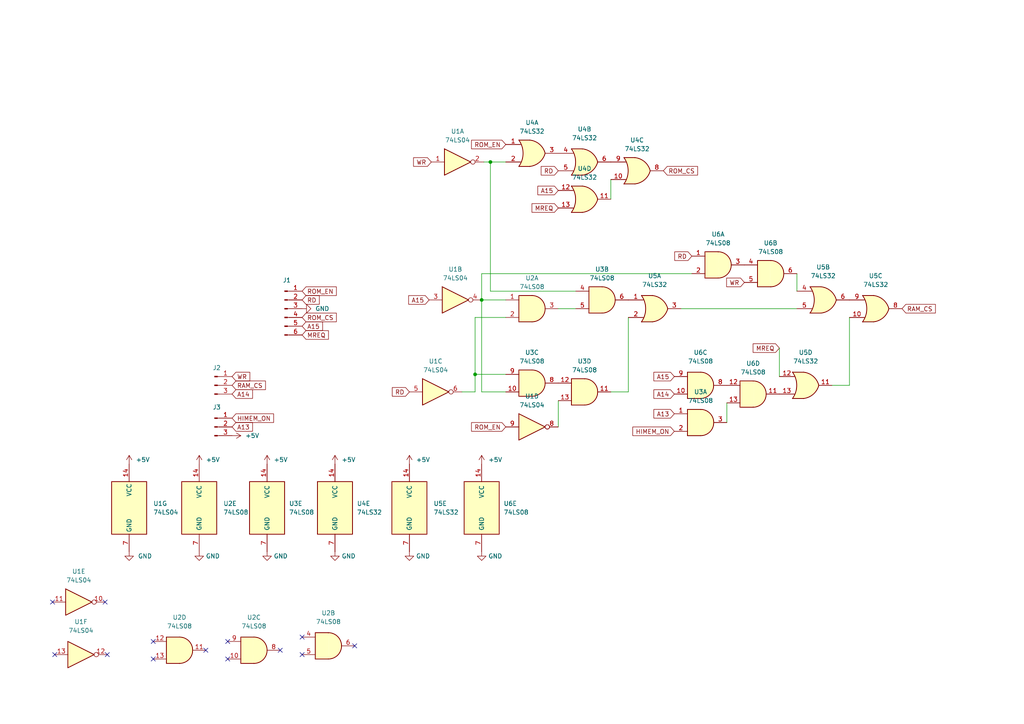
<source format=kicad_sch>
(kicad_sch (version 20211123) (generator eeschema)
  (paper "A4")
  (lib_symbols
    (symbol "74xx:74LS04"
      (property "Reference" "U" (at 0 1.27 0))
      (property "Value" "74LS04" (at 0 -1.27 0))
      (symbol "74LS04_1_0"
        (polyline (pts (xy -3.81 3.81) (xy -3.81 -3.81) (xy 3.81 0) (xy -3.81 3.81)) (stroke (width 0.254)) (fill (type background)))
        (pin input line (at -7.62 0 0) (length 3.81) (name "~") (number "1"))
        (pin output inverted (at 7.62 0 180) (length 3.81) (name "~") (number "2"))
      )
      (symbol "74LS04_2_0"
        (polyline (pts (xy -3.81 3.81) (xy -3.81 -3.81) (xy 3.81 0) (xy -3.81 3.81)) (stroke (width 0.254)) (fill (type background)))
        (pin input line (at -7.62 0 0) (length 3.81) (name "~") (number "3"))
        (pin output inverted (at 7.62 0 180) (length 3.81) (name "~") (number "4"))
      )
      (symbol "74LS04_3_0"
        (polyline (pts (xy -3.81 3.81) (xy -3.81 -3.81) (xy 3.81 0) (xy -3.81 3.81)) (stroke (width 0.254)) (fill (type background)))
        (pin input line (at -7.62 0 0) (length 3.81) (name "~") (number "5"))
        (pin output inverted (at 7.62 0 180) (length 3.81) (name "~") (number "6"))
      )
      (symbol "74LS04_4_0"
        (polyline (pts (xy -3.81 3.81) (xy -3.81 -3.81) (xy 3.81 0) (xy -3.81 3.81)) (stroke (width 0.254)) (fill (type background)))
        (pin output inverted (at 7.62 0 180) (length 3.81) (name "~") (number "8"))
        (pin input line (at -7.62 0 0) (length 3.81) (name "~") (number "9"))
      )
      (symbol "74LS04_5_0"
        (polyline (pts (xy -3.81 3.81) (xy -3.81 -3.81) (xy 3.81 0) (xy -3.81 3.81)) (stroke (width 0.254)) (fill (type background)))
        (pin output inverted (at 7.62 0 180) (length 3.81) (name "~") (number "10"))
        (pin input line (at -7.62 0 0) (length 3.81) (name "~") (number "11"))
      )
      (symbol "74LS04_6_0"
        (polyline (pts (xy -3.81 3.81) (xy -3.81 -3.81) (xy 3.81 0) (xy -3.81 3.81)) (stroke (width 0.254)) (fill (type background)))
        (pin output inverted (at 7.62 0 180) (length 3.81) (name "~") (number "12"))
        (pin input line (at -7.62 0 0) (length 3.81) (name "~") (number "13"))
      )
      (symbol "74LS04_7_0"
        (pin power_in line (at 0 12.7 270) (length 5.08) (name "VCC") (number "14"))
        (pin power_in line (at 0 -12.7 90) (length 5.08) (name "GND") (number "7"))
      )
      (symbol "74LS04_7_1"
        (rectangle (start -5.08 7.62) (end 5.08 -7.62) (stroke (width 0.254)) (fill (type background)))
      )
    )
    (symbol "74xx:74LS08" (pin_names (offset 1.016))
      (property "Reference" "U" (at 0 1.27 0))
      (property "Value" "74LS08" (at 0 -1.27 0))
      (symbol "74LS08_1_1"
        (arc (start 0 -3.81) (mid 3.81 0) (end 0 3.81) (stroke (width 0.254)) (fill (type background)))
        (polyline (pts (xy 0 3.81) (xy -3.81 3.81) (xy -3.81 -3.81) (xy 0 -3.81)) (stroke (width 0.254)) (fill (type background)))
        (pin input line (at -7.62 2.54 0) (length 3.81) (name "~") (number "1"))
        (pin input line (at -7.62 -2.54 0) (length 3.81) (name "~") (number "2"))
        (pin output line (at 7.62 0 180) (length 3.81) (name "~") (number "3"))
      )
      (symbol "74LS08_1_2"
        (arc (start -3.81 -3.81) (mid -2.589 0) (end -3.81 3.81) (stroke (width 0.254)))
        (arc (start -0.6096 -3.81) (mid 2.1842 -2.5851) (end 3.81 0) (stroke (width 0.254)) (fill (type background)))
        (polyline (pts (xy -3.81 -3.81) (xy -0.635 -3.81)) (stroke (width 0.254)) (fill (type background)))
        (polyline (pts (xy -3.81 3.81) (xy -0.635 3.81)) (stroke (width 0.254)) (fill (type background)))
        (polyline (pts (xy -0.635 3.81) (xy -3.81 3.81) (xy -3.81 3.81) (xy -3.556 3.4036) (xy -3.0226 2.2606) (xy -2.6924 1.0414) (xy -2.6162 -0.254) (xy -2.7686 -1.4986) (xy -3.175 -2.7178) (xy -3.81 -3.81) (xy -3.81 -3.81) (xy -0.635 -3.81)) (stroke (width -25.4)) (fill (type background)))
        (arc (start 3.81 0) (mid 2.1915 2.5936) (end -0.6096 3.81) (stroke (width 0.254)) (fill (type background)))
        (pin input inverted (at -7.62 2.54 0) (length 4.318) (name "~") (number "1"))
        (pin input inverted (at -7.62 -2.54 0) (length 4.318) (name "~") (number "2"))
        (pin output inverted (at 7.62 0 180) (length 3.81) (name "~") (number "3"))
      )
      (symbol "74LS08_2_1"
        (arc (start 0 -3.81) (mid 3.81 0) (end 0 3.81) (stroke (width 0.254)) (fill (type background)))
        (polyline (pts (xy 0 3.81) (xy -3.81 3.81) (xy -3.81 -3.81) (xy 0 -3.81)) (stroke (width 0.254)) (fill (type background)))
        (pin input line (at -7.62 2.54 0) (length 3.81) (name "~") (number "4"))
        (pin input line (at -7.62 -2.54 0) (length 3.81) (name "~") (number "5"))
        (pin output line (at 7.62 0 180) (length 3.81) (name "~") (number "6"))
      )
      (symbol "74LS08_2_2"
        (arc (start -3.81 -3.81) (mid -2.589 0) (end -3.81 3.81) (stroke (width 0.254)))
        (arc (start -0.6096 -3.81) (mid 2.1842 -2.5851) (end 3.81 0) (stroke (width 0.254)) (fill (type background)))
        (polyline (pts (xy -3.81 -3.81) (xy -0.635 -3.81)) (stroke (width 0.254)) (fill (type background)))
        (polyline (pts (xy -3.81 3.81) (xy -0.635 3.81)) (stroke (width 0.254)) (fill (type background)))
        (polyline (pts (xy -0.635 3.81) (xy -3.81 3.81) (xy -3.81 3.81) (xy -3.556 3.4036) (xy -3.0226 2.2606) (xy -2.6924 1.0414) (xy -2.6162 -0.254) (xy -2.7686 -1.4986) (xy -3.175 -2.7178) (xy -3.81 -3.81) (xy -3.81 -3.81) (xy -0.635 -3.81)) (stroke (width -25.4)) (fill (type background)))
        (arc (start 3.81 0) (mid 2.1915 2.5936) (end -0.6096 3.81) (stroke (width 0.254)) (fill (type background)))
        (pin input inverted (at -7.62 2.54 0) (length 4.318) (name "~") (number "4"))
        (pin input inverted (at -7.62 -2.54 0) (length 4.318) (name "~") (number "5"))
        (pin output inverted (at 7.62 0 180) (length 3.81) (name "~") (number "6"))
      )
      (symbol "74LS08_3_1"
        (arc (start 0 -3.81) (mid 3.81 0) (end 0 3.81) (stroke (width 0.254)) (fill (type background)))
        (polyline (pts (xy 0 3.81) (xy -3.81 3.81) (xy -3.81 -3.81) (xy 0 -3.81)) (stroke (width 0.254)) (fill (type background)))
        (pin input line (at -7.62 -2.54 0) (length 3.81) (name "~") (number "10"))
        (pin output line (at 7.62 0 180) (length 3.81) (name "~") (number "8"))
        (pin input line (at -7.62 2.54 0) (length 3.81) (name "~") (number "9"))
      )
      (symbol "74LS08_3_2"
        (arc (start -3.81 -3.81) (mid -2.589 0) (end -3.81 3.81) (stroke (width 0.254)))
        (arc (start -0.6096 -3.81) (mid 2.1842 -2.5851) (end 3.81 0) (stroke (width 0.254)) (fill (type background)))
        (polyline (pts (xy -3.81 -3.81) (xy -0.635 -3.81)) (stroke (width 0.254)) (fill (type background)))
        (polyline (pts (xy -3.81 3.81) (xy -0.635 3.81)) (stroke (width 0.254)) (fill (type background)))
        (polyline (pts (xy -0.635 3.81) (xy -3.81 3.81) (xy -3.81 3.81) (xy -3.556 3.4036) (xy -3.0226 2.2606) (xy -2.6924 1.0414) (xy -2.6162 -0.254) (xy -2.7686 -1.4986) (xy -3.175 -2.7178) (xy -3.81 -3.81) (xy -3.81 -3.81) (xy -0.635 -3.81)) (stroke (width -25.4)) (fill (type background)))
        (arc (start 3.81 0) (mid 2.1915 2.5936) (end -0.6096 3.81) (stroke (width 0.254)) (fill (type background)))
        (pin input inverted (at -7.62 -2.54 0) (length 4.318) (name "~") (number "10"))
        (pin output inverted (at 7.62 0 180) (length 3.81) (name "~") (number "8"))
        (pin input inverted (at -7.62 2.54 0) (length 4.318) (name "~") (number "9"))
      )
      (symbol "74LS08_4_1"
        (arc (start 0 -3.81) (mid 3.81 0) (end 0 3.81) (stroke (width 0.254)) (fill (type background)))
        (polyline (pts (xy 0 3.81) (xy -3.81 3.81) (xy -3.81 -3.81) (xy 0 -3.81)) (stroke (width 0.254)) (fill (type background)))
        (pin output line (at 7.62 0 180) (length 3.81) (name "~") (number "11"))
        (pin input line (at -7.62 2.54 0) (length 3.81) (name "~") (number "12"))
        (pin input line (at -7.62 -2.54 0) (length 3.81) (name "~") (number "13"))
      )
      (symbol "74LS08_4_2"
        (arc (start -3.81 -3.81) (mid -2.589 0) (end -3.81 3.81) (stroke (width 0.254)))
        (arc (start -0.6096 -3.81) (mid 2.1842 -2.5851) (end 3.81 0) (stroke (width 0.254)) (fill (type background)))
        (polyline (pts (xy -3.81 -3.81) (xy -0.635 -3.81)) (stroke (width 0.254)) (fill (type background)))
        (polyline (pts (xy -3.81 3.81) (xy -0.635 3.81)) (stroke (width 0.254)) (fill (type background)))
        (polyline (pts (xy -0.635 3.81) (xy -3.81 3.81) (xy -3.81 3.81) (xy -3.556 3.4036) (xy -3.0226 2.2606) (xy -2.6924 1.0414) (xy -2.6162 -0.254) (xy -2.7686 -1.4986) (xy -3.175 -2.7178) (xy -3.81 -3.81) (xy -3.81 -3.81) (xy -0.635 -3.81)) (stroke (width -25.4)) (fill (type background)))
        (arc (start 3.81 0) (mid 2.1915 2.5936) (end -0.6096 3.81) (stroke (width 0.254)) (fill (type background)))
        (pin output inverted (at 7.62 0 180) (length 3.81) (name "~") (number "11"))
        (pin input inverted (at -7.62 2.54 0) (length 4.318) (name "~") (number "12"))
        (pin input inverted (at -7.62 -2.54 0) (length 4.318) (name "~") (number "13"))
      )
      (symbol "74LS08_5_0"
        (pin power_in line (at 0 12.7 270) (length 5.08) (name "VCC") (number "14"))
        (pin power_in line (at 0 -12.7 90) (length 5.08) (name "GND") (number "7"))
      )
      (symbol "74LS08_5_1"
        (rectangle (start -5.08 7.62) (end 5.08 -7.62) (stroke (width 0.254)) (fill (type background)))
      )
    )
    (symbol "74xx:74LS32" (pin_names (offset 1.016))
      (property "Reference" "U" (at 0 1.27 0))
      (property "Value" "74LS32" (at 0 -1.27 0))
      (symbol "74LS32_1_1"
        (arc (start -3.81 -3.81) (mid -2.589 0) (end -3.81 3.81) (stroke (width 0.254)))
        (arc (start -0.6096 -3.81) (mid 2.1842 -2.5851) (end 3.81 0) (stroke (width 0.254)) (fill (type background)))
        (polyline (pts (xy -3.81 -3.81) (xy -0.635 -3.81)) (stroke (width 0.254)) (fill (type background)))
        (polyline (pts (xy -3.81 3.81) (xy -0.635 3.81)) (stroke (width 0.254)) (fill (type background)))
        (polyline (pts (xy -0.635 3.81) (xy -3.81 3.81) (xy -3.81 3.81) (xy -3.556 3.4036) (xy -3.0226 2.2606) (xy -2.6924 1.0414) (xy -2.6162 -0.254) (xy -2.7686 -1.4986) (xy -3.175 -2.7178) (xy -3.81 -3.81) (xy -3.81 -3.81) (xy -0.635 -3.81)) (stroke (width -25.4)) (fill (type background)))
        (arc (start 3.81 0) (mid 2.1915 2.5936) (end -0.6096 3.81) (stroke (width 0.254)) (fill (type background)))
        (pin input line (at -7.62 2.54 0) (length 4.318) (name "~") (number "1"))
        (pin input line (at -7.62 -2.54 0) (length 4.318) (name "~") (number "2"))
        (pin output line (at 7.62 0 180) (length 3.81) (name "~") (number "3"))
      )
      (symbol "74LS32_1_2"
        (arc (start 0 -3.81) (mid 3.81 0) (end 0 3.81) (stroke (width 0.254)) (fill (type background)))
        (polyline (pts (xy 0 3.81) (xy -3.81 3.81) (xy -3.81 -3.81) (xy 0 -3.81)) (stroke (width 0.254)) (fill (type background)))
        (pin input inverted (at -7.62 2.54 0) (length 3.81) (name "~") (number "1"))
        (pin input inverted (at -7.62 -2.54 0) (length 3.81) (name "~") (number "2"))
        (pin output inverted (at 7.62 0 180) (length 3.81) (name "~") (number "3"))
      )
      (symbol "74LS32_2_1"
        (arc (start -3.81 -3.81) (mid -2.589 0) (end -3.81 3.81) (stroke (width 0.254)))
        (arc (start -0.6096 -3.81) (mid 2.1842 -2.5851) (end 3.81 0) (stroke (width 0.254)) (fill (type background)))
        (polyline (pts (xy -3.81 -3.81) (xy -0.635 -3.81)) (stroke (width 0.254)) (fill (type background)))
        (polyline (pts (xy -3.81 3.81) (xy -0.635 3.81)) (stroke (width 0.254)) (fill (type background)))
        (polyline (pts (xy -0.635 3.81) (xy -3.81 3.81) (xy -3.81 3.81) (xy -3.556 3.4036) (xy -3.0226 2.2606) (xy -2.6924 1.0414) (xy -2.6162 -0.254) (xy -2.7686 -1.4986) (xy -3.175 -2.7178) (xy -3.81 -3.81) (xy -3.81 -3.81) (xy -0.635 -3.81)) (stroke (width -25.4)) (fill (type background)))
        (arc (start 3.81 0) (mid 2.1915 2.5936) (end -0.6096 3.81) (stroke (width 0.254)) (fill (type background)))
        (pin input line (at -7.62 2.54 0) (length 4.318) (name "~") (number "4"))
        (pin input line (at -7.62 -2.54 0) (length 4.318) (name "~") (number "5"))
        (pin output line (at 7.62 0 180) (length 3.81) (name "~") (number "6"))
      )
      (symbol "74LS32_2_2"
        (arc (start 0 -3.81) (mid 3.81 0) (end 0 3.81) (stroke (width 0.254)) (fill (type background)))
        (polyline (pts (xy 0 3.81) (xy -3.81 3.81) (xy -3.81 -3.81) (xy 0 -3.81)) (stroke (width 0.254)) (fill (type background)))
        (pin input inverted (at -7.62 2.54 0) (length 3.81) (name "~") (number "4"))
        (pin input inverted (at -7.62 -2.54 0) (length 3.81) (name "~") (number "5"))
        (pin output inverted (at 7.62 0 180) (length 3.81) (name "~") (number "6"))
      )
      (symbol "74LS32_3_1"
        (arc (start -3.81 -3.81) (mid -2.589 0) (end -3.81 3.81) (stroke (width 0.254)))
        (arc (start -0.6096 -3.81) (mid 2.1842 -2.5851) (end 3.81 0) (stroke (width 0.254)) (fill (type background)))
        (polyline (pts (xy -3.81 -3.81) (xy -0.635 -3.81)) (stroke (width 0.254)) (fill (type background)))
        (polyline (pts (xy -3.81 3.81) (xy -0.635 3.81)) (stroke (width 0.254)) (fill (type background)))
        (polyline (pts (xy -0.635 3.81) (xy -3.81 3.81) (xy -3.81 3.81) (xy -3.556 3.4036) (xy -3.0226 2.2606) (xy -2.6924 1.0414) (xy -2.6162 -0.254) (xy -2.7686 -1.4986) (xy -3.175 -2.7178) (xy -3.81 -3.81) (xy -3.81 -3.81) (xy -0.635 -3.81)) (stroke (width -25.4)) (fill (type background)))
        (arc (start 3.81 0) (mid 2.1915 2.5936) (end -0.6096 3.81) (stroke (width 0.254)) (fill (type background)))
        (pin input line (at -7.62 -2.54 0) (length 4.318) (name "~") (number "10"))
        (pin output line (at 7.62 0 180) (length 3.81) (name "~") (number "8"))
        (pin input line (at -7.62 2.54 0) (length 4.318) (name "~") (number "9"))
      )
      (symbol "74LS32_3_2"
        (arc (start 0 -3.81) (mid 3.81 0) (end 0 3.81) (stroke (width 0.254)) (fill (type background)))
        (polyline (pts (xy 0 3.81) (xy -3.81 3.81) (xy -3.81 -3.81) (xy 0 -3.81)) (stroke (width 0.254)) (fill (type background)))
        (pin input inverted (at -7.62 -2.54 0) (length 3.81) (name "~") (number "10"))
        (pin output inverted (at 7.62 0 180) (length 3.81) (name "~") (number "8"))
        (pin input inverted (at -7.62 2.54 0) (length 3.81) (name "~") (number "9"))
      )
      (symbol "74LS32_4_1"
        (arc (start -3.81 -3.81) (mid -2.589 0) (end -3.81 3.81) (stroke (width 0.254)))
        (arc (start -0.6096 -3.81) (mid 2.1842 -2.5851) (end 3.81 0) (stroke (width 0.254)) (fill (type background)))
        (polyline (pts (xy -3.81 -3.81) (xy -0.635 -3.81)) (stroke (width 0.254)) (fill (type background)))
        (polyline (pts (xy -3.81 3.81) (xy -0.635 3.81)) (stroke (width 0.254)) (fill (type background)))
        (polyline (pts (xy -0.635 3.81) (xy -3.81 3.81) (xy -3.81 3.81) (xy -3.556 3.4036) (xy -3.0226 2.2606) (xy -2.6924 1.0414) (xy -2.6162 -0.254) (xy -2.7686 -1.4986) (xy -3.175 -2.7178) (xy -3.81 -3.81) (xy -3.81 -3.81) (xy -0.635 -3.81)) (stroke (width -25.4)) (fill (type background)))
        (arc (start 3.81 0) (mid 2.1915 2.5936) (end -0.6096 3.81) (stroke (width 0.254)) (fill (type background)))
        (pin output line (at 7.62 0 180) (length 3.81) (name "~") (number "11"))
        (pin input line (at -7.62 2.54 0) (length 4.318) (name "~") (number "12"))
        (pin input line (at -7.62 -2.54 0) (length 4.318) (name "~") (number "13"))
      )
      (symbol "74LS32_4_2"
        (arc (start 0 -3.81) (mid 3.81 0) (end 0 3.81) (stroke (width 0.254)) (fill (type background)))
        (polyline (pts (xy 0 3.81) (xy -3.81 3.81) (xy -3.81 -3.81) (xy 0 -3.81)) (stroke (width 0.254)) (fill (type background)))
        (pin output inverted (at 7.62 0 180) (length 3.81) (name "~") (number "11"))
        (pin input inverted (at -7.62 2.54 0) (length 3.81) (name "~") (number "12"))
        (pin input inverted (at -7.62 -2.54 0) (length 3.81) (name "~") (number "13"))
      )
      (symbol "74LS32_5_0"
        (pin power_in line (at 0 12.7 270) (length 5.08) (name "VCC") (number "14"))
        (pin power_in line (at 0 -12.7 90) (length 5.08) (name "GND") (number "7"))
      )
      (symbol "74LS32_5_1"
        (rectangle (start -5.08 7.62) (end 5.08 -7.62) (stroke (width 0.254)) (fill (type background)))
      )
    )
    (symbol "Connector:Conn_01x03_Male" (pin_names (offset 1.016) hide)
      (property "Reference" "J" (at 0 5.08 0))
      (property "Value" "Conn_01x03_Male" (at 0 -5.08 0))
      (symbol "Conn_01x03_Male_1_1"
        (polyline (pts (xy 1.27 -2.54) (xy 0.8636 -2.54)) (stroke (width 0.1524)))
        (polyline (pts (xy 1.27 0) (xy 0.8636 0)) (stroke (width 0.1524)))
        (polyline (pts (xy 1.27 2.54) (xy 0.8636 2.54)) (stroke (width 0.1524)))
        (rectangle (start 0.8636 -2.413) (end 0 -2.667) (stroke (width 0.1524)) (fill (type outline)))
        (rectangle (start 0.8636 0.127) (end 0 -0.127) (stroke (width 0.1524)) (fill (type outline)))
        (rectangle (start 0.8636 2.667) (end 0 2.413) (stroke (width 0.1524)) (fill (type outline)))
        (pin passive line (at 5.08 2.54 180) (length 3.81) (name "Pin_1") (number "1"))
        (pin passive line (at 5.08 0 180) (length 3.81) (name "Pin_2") (number "2"))
        (pin passive line (at 5.08 -2.54 180) (length 3.81) (name "Pin_3") (number "3"))
      )
    )
    (symbol "Connector:Conn_01x06_Male" (pin_names (offset 1.016) hide)
      (property "Reference" "J" (at 0 7.62 0))
      (property "Value" "Conn_01x06_Male" (at 0 -10.16 0))
      (symbol "Conn_01x06_Male_1_1"
        (polyline (pts (xy 1.27 -7.62) (xy 0.8636 -7.62)) (stroke (width 0.1524)))
        (polyline (pts (xy 1.27 -5.08) (xy 0.8636 -5.08)) (stroke (width 0.1524)))
        (polyline (pts (xy 1.27 -2.54) (xy 0.8636 -2.54)) (stroke (width 0.1524)))
        (polyline (pts (xy 1.27 0) (xy 0.8636 0)) (stroke (width 0.1524)))
        (polyline (pts (xy 1.27 2.54) (xy 0.8636 2.54)) (stroke (width 0.1524)))
        (polyline (pts (xy 1.27 5.08) (xy 0.8636 5.08)) (stroke (width 0.1524)))
        (rectangle (start 0.8636 -7.493) (end 0 -7.747) (stroke (width 0.1524)) (fill (type outline)))
        (rectangle (start 0.8636 -4.953) (end 0 -5.207) (stroke (width 0.1524)) (fill (type outline)))
        (rectangle (start 0.8636 -2.413) (end 0 -2.667) (stroke (width 0.1524)) (fill (type outline)))
        (rectangle (start 0.8636 0.127) (end 0 -0.127) (stroke (width 0.1524)) (fill (type outline)))
        (rectangle (start 0.8636 2.667) (end 0 2.413) (stroke (width 0.1524)) (fill (type outline)))
        (rectangle (start 0.8636 5.207) (end 0 4.953) (stroke (width 0.1524)) (fill (type outline)))
        (pin passive line (at 5.08 5.08 180) (length 3.81) (name "Pin_1") (number "1"))
        (pin passive line (at 5.08 2.54 180) (length 3.81) (name "Pin_2") (number "2"))
        (pin passive line (at 5.08 0 180) (length 3.81) (name "Pin_3") (number "3"))
        (pin passive line (at 5.08 -2.54 180) (length 3.81) (name "Pin_4") (number "4"))
        (pin passive line (at 5.08 -5.08 180) (length 3.81) (name "Pin_5") (number "5"))
        (pin passive line (at 5.08 -7.62 180) (length 3.81) (name "Pin_6") (number "6"))
      )
    )
    (symbol "power:+5V" (power) (pin_names (offset 0))
      (property "Value" "+5V" (at 0 3.556 0))
      (symbol "+5V_0_1"
        (polyline (pts (xy -0.762 1.27) (xy 0 2.54)))
        (polyline (pts (xy 0 0) (xy 0 2.54)))
        (polyline (pts (xy 0 2.54) (xy 0.762 1.27)))
      )
      (symbol "+5V_1_1"
        (pin power_in line (at 0 0 90) (length 0) hide (name "+5V") (number "1"))
      )
    )
    (symbol "power:GND" (power) (pin_names (offset 0))
      (property "Value" "GND" (at 0 -3.81 0))
      (symbol "GND_0_1"
        (polyline (pts (xy 0 0) (xy 0 -1.27) (xy 1.27 -1.27) (xy 0 -2.54) (xy -1.27 -1.27) (xy 0 -1.27)))
      )
      (symbol "GND_1_1"
        (pin power_in line (at 0 0 270) (length 0) hide (name "GND") (number "1"))
      )
    )
  )
  (junction (at 137.795 108.585))
  (junction (at 139.7 86.995))
  (junction (at 142.24 46.99))
  (no_connect (at 66.04 186.055))
  (no_connect (at 81.28 188.595))
  (no_connect (at 30.48 174.625))
  (no_connect (at 59.69 188.595))
  (no_connect (at 15.875 189.865))
  (no_connect (at 31.115 189.865))
  (no_connect (at 102.87 187.325))
  (no_connect (at 44.45 186.055))
  (no_connect (at 44.45 191.135))
  (no_connect (at 87.63 189.865))
  (no_connect (at 15.24 174.625))
  (no_connect (at 87.63 184.785))
  (no_connect (at 66.04 191.135))
  (wire (pts (xy 146.685 113.665) (xy 139.7 113.665)))
  (wire (pts (xy 139.7 86.995) (xy 139.7 113.665)))
  (wire (pts (xy 246.38 111.76) (xy 246.38 92.075)))
  (wire (pts (xy 161.925 116.205) (xy 161.925 123.825)))
  (wire (pts (xy 231.14 79.375) (xy 231.14 84.455)))
  (wire (pts (xy 137.795 113.665) (xy 137.795 108.585)))
  (wire (pts (xy 140.335 46.99) (xy 142.24 46.99)))
  (wire (pts (xy 210.82 116.84) (xy 210.82 122.555)))
  (wire (pts (xy 241.3 111.76) (xy 246.38 111.76)))
  (wire (pts (xy 226.06 100.965) (xy 226.06 109.22)))
  (wire (pts (xy 142.24 46.99) (xy 146.685 46.99)))
  (wire (pts (xy 177.165 113.665) (xy 182.245 113.665)))
  (wire (pts (xy 139.7 86.995) (xy 146.685 86.995)))
  (wire (pts (xy 200.66 79.375) (xy 139.7 79.375)))
  (wire (pts (xy 139.7 79.375) (xy 139.7 86.995)))
  (wire (pts (xy 133.985 113.665) (xy 137.795 113.665)))
  (wire (pts (xy 137.795 108.585) (xy 137.795 92.075)))
  (wire (pts (xy 137.795 92.075) (xy 146.685 92.075)))
  (wire (pts (xy 161.925 89.535) (xy 167.005 89.535)))
  (wire (pts (xy 197.485 89.535) (xy 231.14 89.535)))
  (wire (pts (xy 142.24 84.455) (xy 167.005 84.455)))
  (wire (pts (xy 177.165 52.07) (xy 177.165 57.785)))
  (wire (pts (xy 182.245 92.075) (xy 182.245 113.665)))
  (wire (pts (xy 142.24 46.99) (xy 142.24 84.455)))
  (wire (pts (xy 137.795 108.585) (xy 146.685 108.585)))
  (global_label "A15" (shape input) (at 195.58 109.22 180) (property "Intersheet References" "${INTERSHEET_REFS}" (effects hide)))
  (global_label "ROM_EN" (shape input) (at 146.685 123.825 180) (property "Intersheet References" "${INTERSHEET_REFS}" (effects hide)))
  (global_label "RD" (shape input) (at 87.63 86.995 0) (property "Intersheet References" "${INTERSHEET_REFS}" (effects hide)))
  (global_label "RD" (shape input) (at 118.745 113.665 180) (property "Intersheet References" "${INTERSHEET_REFS}" (effects hide)))
  (global_label "A14" (shape input) (at 195.58 114.3 180) (property "Intersheet References" "${INTERSHEET_REFS}" (effects hide)))
  (global_label "RD" (shape input) (at 200.66 74.295 180) (property "Intersheet References" "${INTERSHEET_REFS}" (effects hide)))
  (global_label "A13" (shape input) (at 67.31 123.825 0) (property "Intersheet References" "${INTERSHEET_REFS}" (effects hide)))
  (global_label "A15" (shape input) (at 124.46 86.995 180) (property "Intersheet References" "${INTERSHEET_REFS}" (effects hide)))
  (global_label "RAM_CS" (shape input) (at 261.62 89.535 0) (property "Intersheet References" "${INTERSHEET_REFS}" (effects hide)))
  (global_label "ROM_EN" (shape input) (at 87.63 84.455 0) (property "Intersheet References" "${INTERSHEET_REFS}" (effects hide)))
  (global_label "RAM_CS" (shape input) (at 67.31 111.76 0) (property "Intersheet References" "${INTERSHEET_REFS}" (effects hide)))
  (global_label "A14" (shape input) (at 67.31 114.3 0) (property "Intersheet References" "${INTERSHEET_REFS}" (effects hide)))
  (global_label "WR" (shape input) (at 125.095 46.99 180) (property "Intersheet References" "${INTERSHEET_REFS}" (effects hide)))
  (global_label "ROM_CS" (shape input) (at 192.405 49.53 0) (property "Intersheet References" "${INTERSHEET_REFS}" (effects hide)))
  (global_label "ROM_CS" (shape input) (at 87.63 92.075 0) (property "Intersheet References" "${INTERSHEET_REFS}" (effects hide)))
  (global_label "A15" (shape input) (at 87.63 94.615 0) (property "Intersheet References" "${INTERSHEET_REFS}" (effects hide)))
  (global_label "HIMEM_ON" (shape input) (at 67.31 121.285 0) (property "Intersheet References" "${INTERSHEET_REFS}" (effects hide)))
  (global_label "A13" (shape input) (at 195.58 120.015 180) (property "Intersheet References" "${INTERSHEET_REFS}" (effects hide)))
  (global_label "WR" (shape input) (at 67.31 109.22 0) (property "Intersheet References" "${INTERSHEET_REFS}" (effects hide)))
  (global_label "A15" (shape input) (at 161.925 55.245 180) (property "Intersheet References" "${INTERSHEET_REFS}" (effects hide)))
  (global_label "MREQ" (shape input) (at 87.63 97.155 0) (property "Intersheet References" "${INTERSHEET_REFS}" (effects hide)))
  (global_label "RD" (shape input) (at 161.925 49.53 180) (property "Intersheet References" "${INTERSHEET_REFS}" (effects hide)))
  (global_label "WR" (shape input) (at 215.9 81.915 180) (property "Intersheet References" "${INTERSHEET_REFS}" (effects hide)))
  (global_label "ROM_EN" (shape input) (at 146.685 41.91 180) (property "Intersheet References" "${INTERSHEET_REFS}" (effects hide)))
  (global_label "MREQ" (shape input) (at 161.925 60.325 180) (property "Intersheet References" "${INTERSHEET_REFS}" (effects hide)))
  (global_label "HIMEM_ON" (shape input) (at 195.58 125.095 180) (property "Intersheet References" "${INTERSHEET_REFS}" (effects hide)))
  (global_label "MREQ" (shape input) (at 226.06 100.965 180) (property "Intersheet References" "${INTERSHEET_REFS}" (effects hide)))
  (symbol (lib_id "74xx:74LS04") (at 154.305 123.825 0) (unit 4)
    (property "Reference" "U1" (at 154.305 114.935 0))
    (property "Value" "74LS04" (at 154.305 117.475 0))
    (property "Footprint" "Package_SO:SO-14_3.9x8.65mm_P1.27mm" (effects hide))
    (property "Datasheet" "http://www.ti.com/lit/gpn/sn74LS04" (effects hide))
  )
  (symbol (lib_id "74xx:74LS04") (at 23.495 189.865 0) (unit 6)
    (property "Reference" "U1" (at 23.495 180.34 0))
    (property "Value" "74LS04" (at 23.495 182.88 0))
    (property "Footprint" "Package_SO:SO-14_3.9x8.65mm_P1.27mm" (effects hide))
    (property "Datasheet" "http://www.ti.com/lit/gpn/sn74LS04" (effects hide))
  )
  (symbol (lib_id "74xx:74LS08") (at 223.52 79.375 0) (unit 2)
    (property "Reference" "U6" (at 223.52 70.485 0))
    (property "Value" "74LS08" (at 223.52 73.025 0))
    (property "Footprint" "Package_SO:SO-14_3.9x8.65mm_P1.27mm" (effects hide))
    (property "Datasheet" "http://www.ti.com/lit/gpn/sn74LS08" (effects hide))
  )
  (symbol (lib_id "Connector:Conn_01x06_Male") (at 82.55 89.535 0) (unit 1)
    (property "Reference" "J1" (at 83.185 81.28 0))
    (property "Value" "Conn_01x06_Male" (effects hide))
    (property "Footprint" "Connector_PinHeader_2.54mm:PinHeader_1x06_P2.54mm_Vertical" (effects hide))
  )
  (symbol (lib_id "74xx:74LS32") (at 238.76 86.995 0) (unit 2)
    (property "Reference" "U5" (at 238.76 77.47 0))
    (property "Value" "74LS32" (at 238.76 80.01 0))
    (property "Footprint" "Package_SO:SO-14_3.9x8.65mm_P1.27mm" (effects hide))
    (property "Datasheet" "http://www.ti.com/lit/gpn/sn74LS32" (effects hide))
  )
  (symbol (lib_id "power:+5V") (at 118.745 134.62 0) (unit 1)
    (property "Reference" "#PWR013" (effects hide))
    (property "Value" "+5V" (at 120.65 133.3499 0) (effects (justify left)))
  )
  (symbol (lib_id "power:+5V") (at 139.7 134.62 0) (unit 1)
    (property "Reference" "#PWR015" (effects hide))
    (property "Value" "+5V" (at 141.605 133.3499 0) (effects (justify left)))
  )
  (symbol (lib_id "74xx:74LS08") (at 218.44 114.3 0) (unit 4)
    (property "Reference" "U6" (at 218.44 105.41 0))
    (property "Value" "74LS08" (at 218.44 107.95 0))
    (property "Footprint" "Package_SO:SO-14_3.9x8.65mm_P1.27mm" (effects hide))
    (property "Datasheet" "http://www.ti.com/lit/gpn/sn74LS08" (effects hide))
  )
  (symbol (lib_id "power:GND") (at 97.155 160.02 0) (unit 1)
    (property "Reference" "#PWR012" (effects hide))
    (property "Value" "GND" (at 99.06 161.2899 0) (effects (justify left)))
  )
  (symbol (lib_id "74xx:74LS04") (at 126.365 113.665 0) (unit 3)
    (property "Reference" "U1" (at 126.365 104.775 0))
    (property "Value" "74LS04" (at 126.365 107.315 0))
    (property "Footprint" "Package_SO:SO-14_3.9x8.65mm_P1.27mm" (effects hide))
    (property "Datasheet" "http://www.ti.com/lit/gpn/sn74LS04" (effects hide))
  )
  (symbol (lib_id "power:+5V") (at 97.155 134.62 0) (unit 1)
    (property "Reference" "#PWR011" (effects hide))
    (property "Value" "+5V" (at 99.06 133.3499 0) (effects (justify left)))
  )
  (symbol (lib_id "74xx:74LS08") (at 154.305 111.125 0) (unit 3)
    (property "Reference" "U3" (at 154.305 102.235 0))
    (property "Value" "74LS08" (at 154.305 104.775 0))
    (property "Footprint" "Package_SO:SO-14_3.9x8.65mm_P1.27mm" (effects hide))
    (property "Datasheet" "http://www.ti.com/lit/gpn/sn74LS08" (effects hide))
  )
  (symbol (lib_id "74xx:74LS08") (at 57.785 147.32 0) (unit 5)
    (property "Reference" "U2" (at 64.77 146.0499 0) (effects (justify left)))
    (property "Value" "74LS08" (at 64.77 148.5899 0) (effects (justify left)))
    (property "Footprint" "Package_SO:SO-14_3.9x8.65mm_P1.27mm" (effects hide))
    (property "Datasheet" "http://www.ti.com/lit/gpn/sn74LS08" (effects hide))
  )
  (symbol (lib_id "74xx:74LS08") (at 52.07 188.595 0) (unit 4)
    (property "Reference" "U2" (at 52.07 179.07 0))
    (property "Value" "74LS08" (at 52.07 181.61 0))
    (property "Footprint" "Package_SO:SO-14_3.9x8.65mm_P1.27mm" (effects hide))
    (property "Datasheet" "http://www.ti.com/lit/gpn/sn74LS08" (effects hide))
  )
  (symbol (lib_id "power:+5V") (at 37.465 134.62 0) (unit 1)
    (property "Reference" "#PWR01" (effects hide))
    (property "Value" "+5V" (at 39.37 133.3499 0) (effects (justify left)))
  )
  (symbol (lib_id "74xx:74LS08") (at 203.2 111.76 0) (unit 3)
    (property "Reference" "U6" (at 203.2 102.235 0))
    (property "Value" "74LS08" (at 203.2 104.775 0))
    (property "Footprint" "Package_SO:SO-14_3.9x8.65mm_P1.27mm" (effects hide))
    (property "Datasheet" "http://www.ti.com/lit/gpn/sn74LS08" (effects hide))
  )
  (symbol (lib_id "74xx:74LS32") (at 97.155 147.32 0) (unit 5)
    (property "Reference" "U4" (at 103.505 146.0499 0) (effects (justify left)))
    (property "Value" "74LS32" (at 103.505 148.5899 0) (effects (justify left)))
    (property "Footprint" "Package_SO:SO-14_3.9x8.65mm_P1.27mm" (effects hide))
    (property "Datasheet" "http://www.ti.com/lit/gpn/sn74LS32" (effects hide))
  )
  (symbol (lib_id "74xx:74LS32") (at 184.785 49.53 0) (unit 3)
    (property "Reference" "U4" (at 184.785 40.64 0))
    (property "Value" "74LS32" (at 184.785 43.18 0))
    (property "Footprint" "Package_SO:SO-14_3.9x8.65mm_P1.27mm" (effects hide))
    (property "Datasheet" "http://www.ti.com/lit/gpn/sn74LS32" (effects hide))
  )
  (symbol (lib_id "power:GND") (at 77.47 160.02 0) (unit 1)
    (property "Reference" "#PWR06" (effects hide))
    (property "Value" "GND" (at 79.375 161.2899 0) (effects (justify left)))
  )
  (symbol (lib_id "74xx:74LS32") (at 169.545 46.99 0) (unit 2)
    (property "Reference" "U4" (at 169.545 37.465 0))
    (property "Value" "74LS32" (at 169.545 40.005 0))
    (property "Footprint" "Package_SO:SO-14_3.9x8.65mm_P1.27mm" (effects hide))
    (property "Datasheet" "http://www.ti.com/lit/gpn/sn74LS32" (effects hide))
  )
  (symbol (lib_id "power:GND") (at 37.465 160.02 0) (unit 1)
    (property "Reference" "#PWR02" (effects hide))
    (property "Value" "GND" (at 40.005 161.2899 0) (effects (justify left)))
  )
  (symbol (lib_id "74xx:74LS32") (at 154.305 44.45 0) (unit 1)
    (property "Reference" "U4" (at 154.305 35.56 0))
    (property "Value" "74LS32" (at 154.305 38.1 0))
    (property "Footprint" "Package_SO:SO-14_3.9x8.65mm_P1.27mm" (effects hide))
    (property "Datasheet" "http://www.ti.com/lit/gpn/sn74LS32" (effects hide))
  )
  (symbol (lib_id "74xx:74LS08") (at 154.305 89.535 0) (unit 1)
    (property "Reference" "U2" (at 154.305 80.645 0))
    (property "Value" "74LS08" (at 154.305 83.185 0))
    (property "Footprint" "Package_SO:SO-14_3.9x8.65mm_P1.27mm" (effects hide))
    (property "Datasheet" "http://www.ti.com/lit/gpn/sn74LS08" (effects hide))
  )
  (symbol (lib_id "74xx:74LS32") (at 118.745 147.32 0) (unit 5)
    (property "Reference" "U5" (at 125.73 146.0499 0) (effects (justify left)))
    (property "Value" "74LS32" (at 125.73 148.5899 0) (effects (justify left)))
    (property "Footprint" "Package_SO:SO-14_3.9x8.65mm_P1.27mm" (effects hide))
    (property "Datasheet" "http://www.ti.com/lit/gpn/sn74LS32" (effects hide))
  )
  (symbol (lib_id "74xx:74LS08") (at 95.25 187.325 0) (unit 2)
    (property "Reference" "U2" (at 95.25 177.8 0))
    (property "Value" "74LS08" (at 95.25 180.34 0))
    (property "Footprint" "Package_SO:SO-14_3.9x8.65mm_P1.27mm" (effects hide))
    (property "Datasheet" "http://www.ti.com/lit/gpn/sn74LS08" (effects hide))
  )
  (symbol (lib_id "74xx:74LS32") (at 169.545 57.785 0) (unit 4)
    (property "Reference" "U4" (at 169.545 48.895 0))
    (property "Value" "74LS32" (at 169.545 51.435 0))
    (property "Footprint" "Package_SO:SO-14_3.9x8.65mm_P1.27mm" (effects hide))
    (property "Datasheet" "http://www.ti.com/lit/gpn/sn74LS32" (effects hide))
  )
  (symbol (lib_id "74xx:74LS08") (at 203.2 122.555 0) (unit 1)
    (property "Reference" "U3" (at 203.2 113.665 0))
    (property "Value" "74LS08" (at 203.2 116.205 0))
    (property "Footprint" "Package_SO:SO-14_3.9x8.65mm_P1.27mm" (effects hide))
    (property "Datasheet" "http://www.ti.com/lit/gpn/sn74LS08" (effects hide))
  )
  (symbol (lib_id "Connector:Conn_01x03_Male") (at 62.23 123.825 0) (unit 1)
    (property "Reference" "J3" (at 62.865 118.11 0))
    (property "Value" "Conn_01x03_Male" (effects hide))
    (property "Footprint" "Connector_PinHeader_2.54mm:PinHeader_1x03_P2.54mm_Vertical" (effects hide))
  )
  (symbol (lib_id "power:GND") (at 118.745 160.02 0) (unit 1)
    (property "Reference" "#PWR014" (effects hide))
    (property "Value" "GND" (at 120.65 161.2899 0) (effects (justify left)))
  )
  (symbol (lib_id "74xx:74LS04") (at 22.86 174.625 0) (unit 5)
    (property "Reference" "U1" (at 22.86 165.735 0))
    (property "Value" "74LS04" (at 22.86 168.275 0))
    (property "Footprint" "Package_SO:SO-14_3.9x8.65mm_P1.27mm" (effects hide))
    (property "Datasheet" "http://www.ti.com/lit/gpn/sn74LS04" (effects hide))
  )
  (symbol (lib_id "74xx:74LS08") (at 169.545 113.665 0) (unit 4)
    (property "Reference" "U3" (at 169.545 104.775 0))
    (property "Value" "74LS08" (at 169.545 107.315 0))
    (property "Footprint" "Package_SO:SO-14_3.9x8.65mm_P1.27mm" (effects hide))
    (property "Datasheet" "http://www.ti.com/lit/gpn/sn74LS08" (effects hide))
  )
  (symbol (lib_id "74xx:74LS32") (at 233.68 111.76 0) (unit 4)
    (property "Reference" "U5" (at 233.68 102.235 0))
    (property "Value" "74LS32" (at 233.68 104.775 0))
    (property "Footprint" "Package_SO:SO-14_3.9x8.65mm_P1.27mm" (effects hide))
    (property "Datasheet" "http://www.ti.com/lit/gpn/sn74LS32" (effects hide))
  )
  (symbol (lib_id "power:+5V") (at 77.47 134.62 0) (unit 1)
    (property "Reference" "#PWR05" (effects hide))
    (property "Value" "+5V" (at 79.375 133.3499 0) (effects (justify left)))
  )
  (symbol (lib_id "74xx:74LS32") (at 254 89.535 0) (unit 3)
    (property "Reference" "U5" (at 254 80.01 0))
    (property "Value" "74LS32" (at 254 82.55 0))
    (property "Footprint" "Package_SO:SO-14_3.9x8.65mm_P1.27mm" (effects hide))
    (property "Datasheet" "http://www.ti.com/lit/gpn/sn74LS32" (effects hide))
  )
  (symbol (lib_id "74xx:74LS04") (at 132.715 46.99 0) (unit 1)
    (property "Reference" "U1" (at 132.715 38.1 0))
    (property "Value" "74LS04" (at 132.715 40.64 0))
    (property "Footprint" "Package_SO:SO-14_3.9x8.65mm_P1.27mm" (effects hide))
    (property "Datasheet" "http://www.ti.com/lit/gpn/sn74LS04" (effects hide))
  )
  (symbol (lib_id "power:+5V") (at 67.31 126.365 270) (unit 1)
    (property "Reference" "#PWR07" (effects hide))
    (property "Value" "+5V" (at 71.12 126.3649 90) (effects (justify left)))
  )
  (symbol (lib_id "74xx:74LS08") (at 77.47 147.32 0) (unit 5)
    (property "Reference" "U3" (at 83.82 146.0499 0) (effects (justify left)))
    (property "Value" "74LS08" (at 83.82 148.5899 0) (effects (justify left)))
    (property "Footprint" "Package_SO:SO-14_3.9x8.65mm_P1.27mm" (effects hide))
    (property "Datasheet" "http://www.ti.com/lit/gpn/sn74LS08" (effects hide))
  )
  (symbol (lib_id "74xx:74LS04") (at 132.08 86.995 0) (unit 2)
    (property "Reference" "U1" (at 132.08 78.105 0))
    (property "Value" "74LS04" (at 132.08 80.645 0))
    (property "Footprint" "Package_SO:SO-14_3.9x8.65mm_P1.27mm" (effects hide))
    (property "Datasheet" "http://www.ti.com/lit/gpn/sn74LS04" (effects hide))
  )
  (symbol (lib_id "74xx:74LS32") (at 189.865 89.535 0) (unit 1)
    (property "Reference" "U5" (at 189.865 80.01 0))
    (property "Value" "74LS32" (at 189.865 82.55 0))
    (property "Footprint" "Package_SO:SO-14_3.9x8.65mm_P1.27mm" (effects hide))
    (property "Datasheet" "http://www.ti.com/lit/gpn/sn74LS32" (effects hide))
  )
  (symbol (lib_id "power:GND") (at 57.785 160.02 0) (unit 1)
    (property "Reference" "#PWR04" (effects hide))
    (property "Value" "GND" (at 59.69 161.2899 0) (effects (justify left)))
  )
  (symbol (lib_id "74xx:74LS04") (at 37.465 147.32 0) (unit 7)
    (property "Reference" "U1" (at 44.45 146.0499 0) (effects (justify left)))
    (property "Value" "74LS04" (at 44.45 148.5899 0) (effects (justify left)))
    (property "Footprint" "Package_SO:SO-14_3.9x8.65mm_P1.27mm" (effects hide))
    (property "Datasheet" "http://www.ti.com/lit/gpn/sn74LS04" (effects hide))
  )
  (symbol (lib_id "power:GND") (at 87.63 89.535 90) (unit 1)
    (property "Reference" "#PWR09" (effects hide))
    (property "Value" "GND" (at 91.44 89.5349 90) (effects (justify right)))
  )
  (symbol (lib_id "Connector:Conn_01x03_Male") (at 62.23 111.76 0) (unit 1)
    (property "Reference" "J2" (at 62.865 106.68 0))
    (property "Value" "Conn_01x03_Male" (effects hide))
    (property "Footprint" "Connector_PinHeader_2.54mm:PinHeader_1x03_P2.54mm_Vertical" (effects hide))
  )
  (symbol (lib_id "74xx:74LS08") (at 139.7 147.32 0) (unit 5)
    (property "Reference" "U6" (at 146.05 146.0499 0) (effects (justify left)))
    (property "Value" "74LS08" (at 146.05 148.5899 0) (effects (justify left)))
    (property "Footprint" "Package_SO:SO-14_3.9x8.65mm_P1.27mm" (effects hide))
    (property "Datasheet" "http://www.ti.com/lit/gpn/sn74LS08" (effects hide))
  )
  (symbol (lib_id "power:+5V") (at 57.785 134.62 0) (unit 1)
    (property "Reference" "#PWR03" (effects hide))
    (property "Value" "+5V" (at 59.69 133.3499 0) (effects (justify left)))
  )
  (symbol (lib_id "power:GND") (at 139.7 160.02 0) (unit 1)
    (property "Reference" "#PWR016" (effects hide))
    (property "Value" "GND" (at 141.605 161.2899 0) (effects (justify left)))
  )
  (symbol (lib_id "74xx:74LS08") (at 73.66 188.595 0) (unit 3)
    (property "Reference" "U2" (at 73.66 179.07 0))
    (property "Value" "74LS08" (at 73.66 181.61 0))
    (property "Footprint" "Package_SO:SO-14_3.9x8.65mm_P1.27mm" (effects hide))
    (property "Datasheet" "http://www.ti.com/lit/gpn/sn74LS08" (effects hide))
  )
  (symbol (lib_id "74xx:74LS08") (at 208.28 76.835 0) (unit 1)
    (property "Reference" "U6" (at 208.28 67.945 0))
    (property "Value" "74LS08" (at 208.28 70.485 0))
    (property "Footprint" "Package_SO:SO-14_3.9x8.65mm_P1.27mm" (effects hide))
    (property "Datasheet" "http://www.ti.com/lit/gpn/sn74LS08" (effects hide))
  )
  (symbol (lib_id "74xx:74LS08") (at 174.625 86.995 0) (unit 2)
    (property "Reference" "U3" (at 174.625 78.105 0))
    (property "Value" "74LS08" (at 174.625 80.645 0))
    (property "Footprint" "Package_SO:SO-14_3.9x8.65mm_P1.27mm" (effects hide))
    (property "Datasheet" "http://www.ti.com/lit/gpn/sn74LS08" (effects hide))
  )
)
</source>
